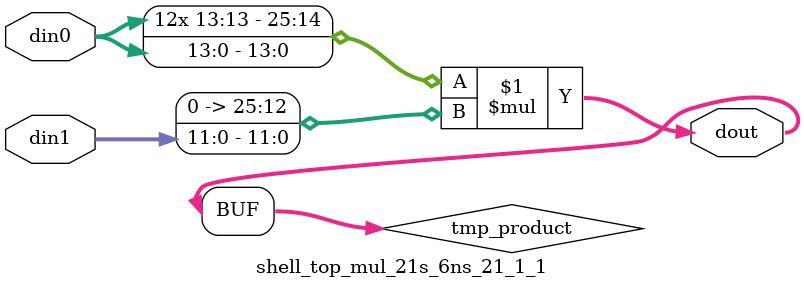
<source format=v>

`timescale 1 ns / 1 ps

  module shell_top_mul_21s_6ns_21_1_1(din0, din1, dout);
parameter ID = 1;
parameter NUM_STAGE = 0;
parameter din0_WIDTH = 14;
parameter din1_WIDTH = 12;
parameter dout_WIDTH = 26;

input [din0_WIDTH - 1 : 0] din0; 
input [din1_WIDTH - 1 : 0] din1; 
output [dout_WIDTH - 1 : 0] dout;

wire signed [dout_WIDTH - 1 : 0] tmp_product;












assign tmp_product = $signed(din0) * $signed({1'b0, din1});









assign dout = tmp_product;







endmodule

</source>
